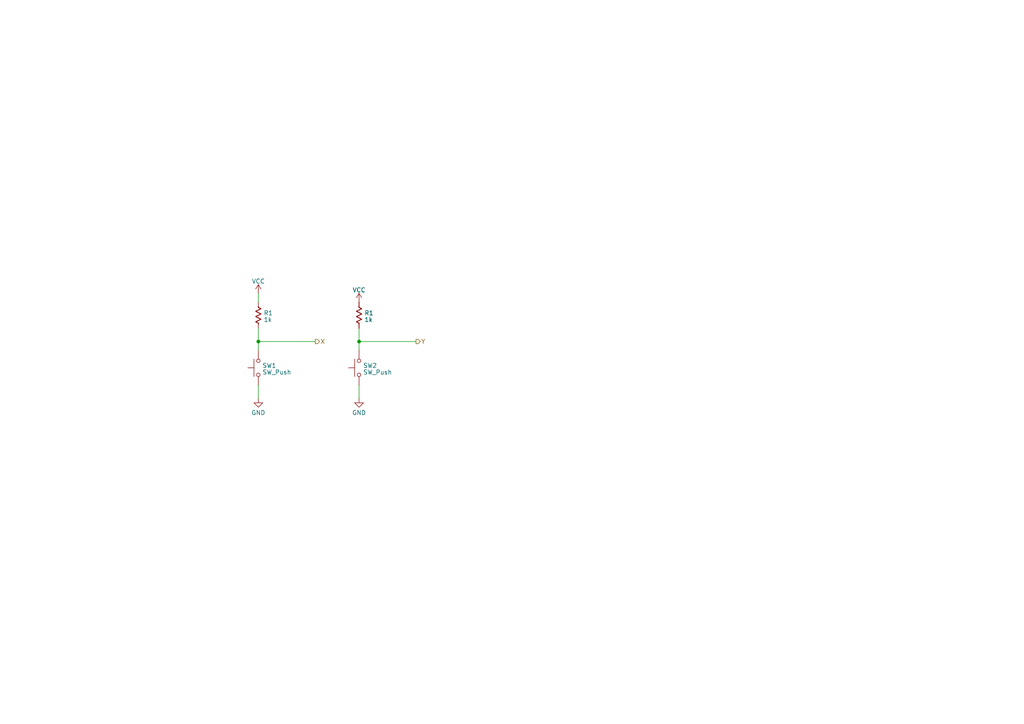
<source format=kicad_sch>
(kicad_sch (version 20230121) (generator eeschema)
  (paper "A4")
  (lib_symbols
    (symbol "PCM_Resistor_US_AKL:R_Box_L8.4mm_W2.5mm_P5.08mm" (pin_numbers hide) (pin_names (offset 0))
      (property "Reference" "R" (at 2.54 1.27 0))
      (property "Value" "R_Box_L8.4mm_W2.5mm_P5.08mm" (at 2.54 -1.27 0))
      (symbol "R_Box_L8.4mm_W2.5mm_P5.08mm_0_1"
        (polyline (pts (xy 0 -2.286) (xy 0 -2.54)) (stroke (width 0.254)))
        (polyline (pts (xy 0 2.286) (xy 0 2.54)) (stroke (width 0.254)))
        (polyline (pts (xy 0 2.286) (xy 0.762 1.905) (xy -0.762 1.143) (xy 0 0.762) (xy 0.762 0.381) (xy 0 0) (xy -0.762 -0.381) (xy 0 -0.762) (xy 0.762 -1.143) (xy 0 -1.524) (xy -0.762 -1.905) (xy 0 -2.286)) (stroke (width 0.254)))
      )
      (symbol "R_Box_L8.4mm_W2.5mm_P5.08mm_1_1"
        (pin passive line (at 0 3.81 270) (length 1.27) (name "~") (number "1"))
        (pin passive line (at 0 -3.81 90) (length 1.27) (name "~") (number "2"))
      )
    )
    (symbol "Switch:SW_Push" (pin_numbers hide) (pin_names (offset 1.016) hide)
      (property "Reference" "SW" (at 1.27 2.54 0))
      (property "Value" "SW_Push" (at 0 -1.524 0))
      (symbol "SW_Push_0_1"
        (circle (center -2.032 0) (radius 0.508))
        (polyline (pts (xy 0 1.27) (xy 0 3.048)))
        (polyline (pts (xy 2.54 1.27) (xy -2.54 1.27)))
        (circle (center 2.032 0) (radius 0.508))
        (pin passive line (at -5.08 0 0) (length 2.54) (name "1") (number "1"))
        (pin passive line (at 5.08 0 180) (length 2.54) (name "2") (number "2"))
      )
    )
    (symbol "power:GND" (power) (pin_names (offset 0))
      (property "Value" "GND" (at 0 -3.81 0))
      (symbol "GND_0_1"
        (polyline (pts (xy 0 0) (xy 0 -1.27) (xy 1.27 -1.27) (xy 0 -2.54) (xy -1.27 -1.27) (xy 0 -1.27)))
      )
      (symbol "GND_1_1"
        (pin power_in line (at 0 0 270) (length 0) hide (name "GND") (number "1"))
      )
    )
    (symbol "power:VCC" (power) (pin_names (offset 0))
      (property "Value" "VCC" (at 0 3.81 0))
      (symbol "VCC_0_1"
        (polyline (pts (xy -0.762 1.27) (xy 0 2.54)))
        (polyline (pts (xy 0 0) (xy 0 2.54)))
        (polyline (pts (xy 0 2.54) (xy 0.762 1.27)))
      )
      (symbol "VCC_1_1"
        (pin power_in line (at 0 0 90) (length 0) hide (name "VCC") (number "1"))
      )
    )
  )
  (junction (at 74.93 99.06))
  (junction (at 104.14 99.06))
  (wire (pts (xy 74.93 85.09) (xy 74.93 87.63)))
  (wire (pts (xy 104.14 99.06) (xy 120.65 99.06)))
  (wire (pts (xy 104.14 111.76) (xy 104.14 115.57)))
  (wire (pts (xy 74.93 99.06) (xy 91.44 99.06)))
  (wire (pts (xy 74.93 111.76) (xy 74.93 115.57)))
  (wire (pts (xy 74.93 99.06) (xy 74.93 101.6)))
  (wire (pts (xy 104.14 95.25) (xy 104.14 99.06)))
  (wire (pts (xy 74.93 95.25) (xy 74.93 99.06)))
  (wire (pts (xy 104.14 99.06) (xy 104.14 101.6)))
  (hierarchical_label "X" (shape output) (at 91.44 99.06 0))
  (hierarchical_label "Y" (shape output) (at 120.65 99.06 0))
  (symbol (lib_id "PCM_Resistor_US_AKL:R_Box_L8.4mm_W2.5mm_P5.08mm") (at 74.93 91.44 0) (unit 1)
    (property "Reference" "R1" (at 76.454 90.7963 0) (effects (justify left)))
    (property "Value" "1k" (at 76.454 92.7173 0) (effects (justify left)))
    (property "Footprint" "Resistor_THT:R_Axial_DIN0207_L6.3mm_D2.5mm_P10.16mm_Horizontal" (effects hide))
    (instances (project "Examples" (path "" (reference "R1") (unit 1)) (path "" (reference "R4") (unit 1)) (path "" (reference "R5") (unit 1)) (path "" (reference "R11") (unit 1)) (path "" (reference "R13") (unit 1))))
  )
  (symbol (lib_id "power:VCC") (at 74.93 85.09 0) (unit 1)
    (property "Reference" "#PWR02" (effects hide))
    (property "Value" "VCC" (at 74.93 81.5881 0))
    (instances (project "Examples" (path "" (reference "#PWR02") (unit 1)) (path "" (reference "#PWR04") (unit 1)) (path "" (reference "#PWR012") (unit 1)) (path "" (reference "#PWR016") (unit 1)) (path "" (reference "#PWR020") (unit 1))))
  )
  (symbol (lib_id "power:VCC") (at 104.14 87.63 0) (unit 1)
    (property "Reference" "#PWR02" (effects hide))
    (property "Value" "VCC" (at 104.14 84.1281 0))
    (instances (project "Examples" (path "" (reference "#PWR02") (unit 1)) (path "" (reference "#PWR011") (unit 1)) (path "" (reference "#PWR014") (unit 1)) (path "" (reference "#PWR018") (unit 1)) (path "" (reference "#PWR022") (unit 1))))
  )
  (symbol (lib_id "power:GND") (at 74.93 115.57 0) (unit 1)
    (property "Reference" "#PWR01" (effects hide))
    (property "Value" "GND" (at 74.93 119.7055 0))
    (instances (project "Examples" (path "" (reference "#PWR01") (unit 1)) (path "" (reference "#PWR03") (unit 1)) (path "" (reference "#PWR013") (unit 1)) (path "" (reference "#PWR017") (unit 1)) (path "" (reference "#PWR021") (unit 1))))
  )
  (symbol (lib_id "Switch:SW_Push") (at 104.14 106.68 90) (unit 1)
    (property "Reference" "SW2" (at 105.283 106.0363 90) (effects (justify right)))
    (property "Value" "SW_Push" (at 105.283 107.9573 90) (effects (justify right)))
    (property "Footprint" "Button_Switch_THT:SW_Tactile_Straight_KSA0Axx1LFTR" (effects hide))
    (instances (project "Examples" (path "" (reference "SW2") (unit 1)) (path "" (reference "SW4") (unit 1)) (path "" (reference "SW6") (unit 1)) (path "" (reference "SW8") (unit 1))))
  )
  (symbol (lib_id "Switch:SW_Push") (at 74.93 106.68 90) (unit 1)
    (property "Reference" "SW1" (at 76.073 106.0363 90) (effects (justify right)))
    (property "Value" "SW_Push" (at 76.073 107.9573 90) (effects (justify right)))
    (property "Footprint" "Button_Switch_THT:SW_Tactile_Straight_KSA0Axx1LFTR" (effects hide))
    (instances (project "Examples" (path "" (reference "SW1") (unit 1)) (path "" (reference "SW3") (unit 1)) (path "" (reference "SW5") (unit 1)) (path "" (reference "SW7") (unit 1))))
  )
  (symbol (lib_id "PCM_Resistor_US_AKL:R_Box_L8.4mm_W2.5mm_P5.08mm") (at 104.14 91.44 0) (unit 1)
    (property "Reference" "R1" (at 105.664 90.7963 0) (effects (justify left)))
    (property "Value" "1k" (at 105.664 92.7173 0) (effects (justify left)))
    (property "Footprint" "Resistor_THT:R_Axial_DIN0207_L6.3mm_D2.5mm_P10.16mm_Horizontal" (effects hide))
    (instances (project "Examples" (path "" (reference "R1") (unit 1)) (path "" (reference "R3") (unit 1)) (path "" (reference "R9") (unit 1)) (path "" (reference "R12") (unit 1)) (path "" (reference "R14") (unit 1))))
  )
  (symbol (lib_id "power:GND") (at 104.14 115.57 0) (unit 1)
    (property "Reference" "#PWR01" (effects hide))
    (property "Value" "GND" (at 104.14 119.7055 0))
    (instances (project "Examples" (path "" (reference "#PWR01") (unit 1)) (path "" (reference "#PWR05") (unit 1)) (path "" (reference "#PWR015") (unit 1)) (path "" (reference "#PWR019") (unit 1)) (path "" (reference "#PWR023") (unit 1))))
  )
)
</source>
